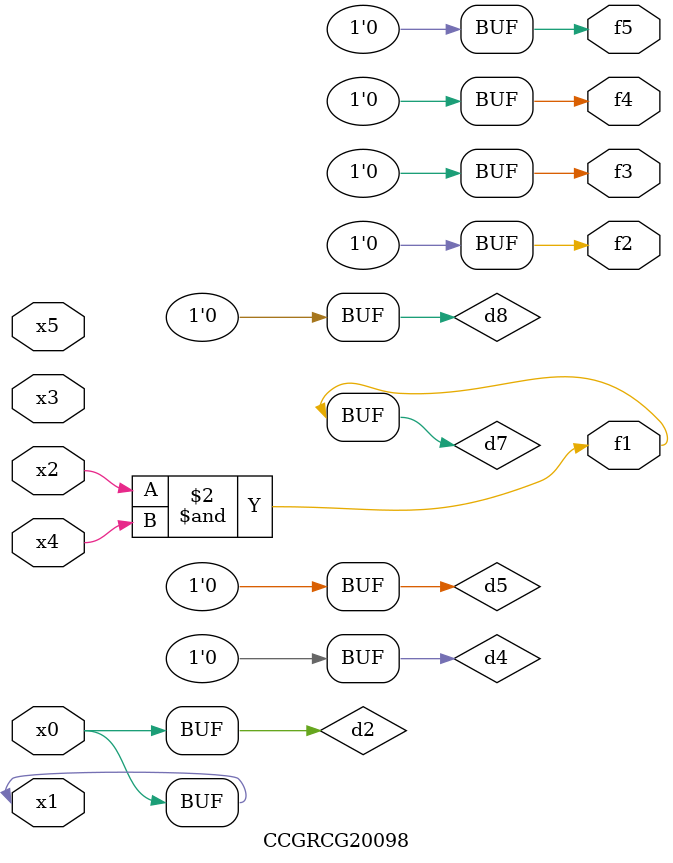
<source format=v>
module CCGRCG20098(
	input x0, x1, x2, x3, x4, x5,
	output f1, f2, f3, f4, f5
);

	wire d1, d2, d3, d4, d5, d6, d7, d8, d9;

	nand (d1, x1);
	buf (d2, x0, x1);
	nand (d3, x2, x4);
	and (d4, d1, d2);
	and (d5, d1, d2);
	nand (d6, d1, d3);
	not (d7, d3);
	xor (d8, d5);
	nor (d9, d5, d6);
	assign f1 = d7;
	assign f2 = d8;
	assign f3 = d8;
	assign f4 = d8;
	assign f5 = d8;
endmodule

</source>
